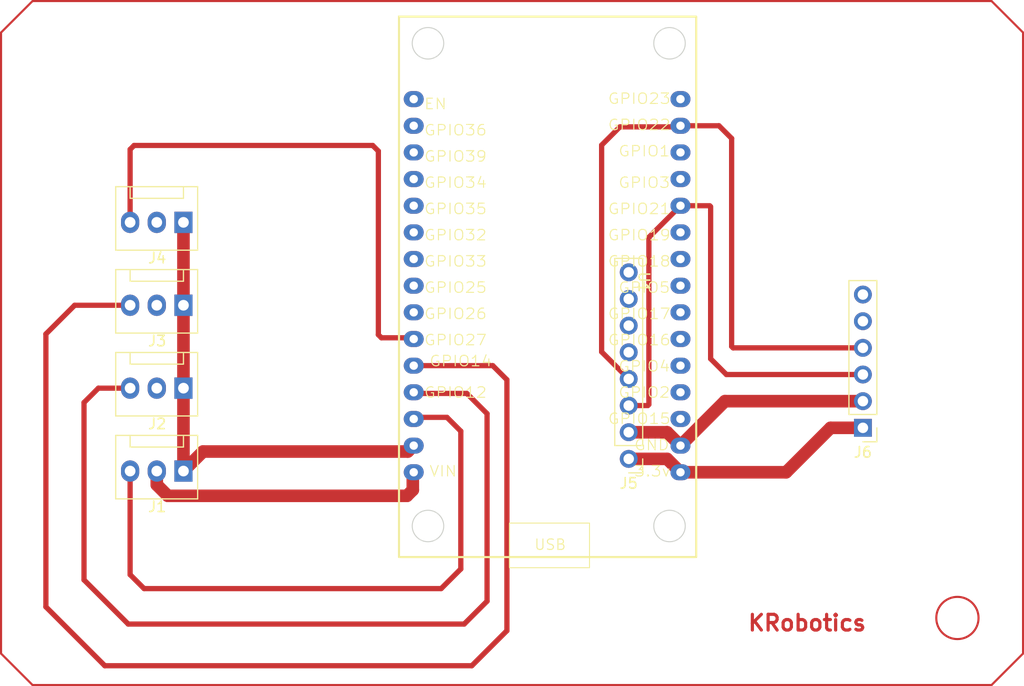
<source format=kicad_pcb>
(kicad_pcb (version 20241229) (generator "pcbnew") (generator_version "9.0")
  (layers (0 "F.Cu" signal) (2 "B.Cu" signal) (13 "F.Paste" user) (15 "B.Paste" user) (5 "F.SilkS" user "F.Silkscreen") (7 "B.SilkS" user "B.Silkscreen") (1 "F.Mask" user) (3 "B.Mask" user) (25 "Edge.Cuts" user))
  (net 0 "")
  (net 1 "Net-(J1-Pin_2)")
  (net 2 "Net-(J1-Pin_1)")
  (net 3 "Net-(J1-Pin_3)")
  (net 4 "Net-(J2-Pin_3)")
  (net 7 "Net-(J3-Pin_3)")
  (net 9 "Net-(J4-Pin_3)")
  (net 11 "Net-(J5-Pin_3)")
  (net 13 "Net-(J5-Pin_4)")
  (net 14 "Net-(J5-Pin_2)")
  (net 17 "Net-(J5-Pin_1)")
  (footprint "Connector:FanPinHeader_1x03_P2.54mm_Vertical" (layer "F.Cu") (at 71.1 69.5 180)
    (property "Reference" "J4" (at 2.5 -3.4 0) (layer "F.SilkS"))
    (property "Value" "Conn_01x03_Pin")
    (fp_line (start 6.45 3.4) (end -1.35 3.4) (stroke (width 0.12)) (layer "F.SilkS"))
    (fp_line (start 6.45 -2.65) (end 6.45 3.4) (stroke (width 0.12)) (layer "F.SilkS"))
    (fp_line (start 5.08 2.29) (end 5.08 3.3) (stroke (width 0.12)) (layer "F.SilkS"))
    (fp_line (start 0 3.3) (end 0 2.29) (stroke (width 0.12)) (layer "F.SilkS"))
    (fp_line (start 0 2.29) (end 5.08 2.29) (stroke (width 0.12)) (layer "F.SilkS"))
    (fp_line (start -1.35 3.4) (end -1.35 -2.65) (stroke (width 0.12)) (layer "F.SilkS"))
    (fp_line (start -1.35 -2.65) (end 6.45 -2.65) (stroke (width 0.12)) (layer "F.SilkS"))
    (pad "1" thru_hole rect (at 0 0 270) (size 2.03 1.73) (drill 1.02) (layers "*.Cu" "*.Mask") (net 2 "Net-(J1-Pin_1)"))
    (pad "2" thru_hole oval (at 2.54 0 270) (size 2.03 1.73) (drill 1.02) (layers "*.Cu" "*.Mask"))
    (pad "3" thru_hole oval (at 5.08 0 270) (size 2.03 1.73) (drill 1.02) (layers "*.Cu" "*.Mask") (net 9 "Net-(J4-Pin_3)"))
  )
  (footprint "KConnector_PinHeader_2.54mm:PinHeader_1x08_P2.54mm_Vertical" (layer "F.Cu") (at 113.5 92.04 180)
    (property "Reference" "J5" (at 0 -2.33 0) (layer "F.SilkS"))
    (property "Value" "Conn_01x08_Socket")
    (fp_line (start 1.33 1.27) (end 1.33 19.11) (stroke (width 0.12)) (layer "F.SilkS"))
    (fp_line (start -1.33 19.11) (end 1.33 19.11) (stroke (width 0.12)) (layer "F.SilkS"))
    (fp_line (start -1.33 1.27) (end 1.33 1.27) (stroke (width 0.12)) (layer "F.SilkS"))
    (fp_line (start -1.33 1.27) (end -1.33 19.11) (stroke (width 0.12)) (layer "F.SilkS"))
    (fp_line (start -1.33 0) (end -1.33 -1.33) (stroke (width 0.12)) (layer "F.SilkS"))
    (fp_line (start -1.33 -1.33) (end 0 -1.33) (stroke (width 0.12)) (layer "F.SilkS"))
    (pad "1" thru_hole circle (at 0 0 180) (size 1.7 1.7) (drill 1) (layers "*.Cu" "*.Mask") (net 17 "Net-(J5-Pin_1)"))
    (pad "2" thru_hole oval (at 0 2.54 180) (size 1.7 1.7) (drill 1) (layers "*.Cu" "*.Mask") (net 14 "Net-(J5-Pin_2)"))
    (pad "3" thru_hole oval (at 0 5.08 180) (size 1.7 1.7) (drill 1) (layers "*.Cu" "*.Mask") (net 11 "Net-(J5-Pin_3)"))
    (pad "4" thru_hole oval (at 0 7.62 180) (size 1.7 1.7) (drill 1) (layers "*.Cu" "*.Mask") (net 13 "Net-(J5-Pin_4)"))
    (pad "5" thru_hole oval (at 0 10.16 180) (size 1.7 1.7) (drill 1) (layers "*.Cu" "*.Mask"))
    (pad "6" thru_hole oval (at 0 12.7 180) (size 1.7 1.7) (drill 1) (layers "*.Cu" "*.Mask"))
    (pad "7" thru_hole oval (at 0 15.24 180) (size 1.7 1.7) (drill 1) (layers "*.Cu" "*.Mask"))
    (pad "8" thru_hole oval (at 0 17.78 180) (size 1.7 1.7) (drill 1) (layers "*.Cu" "*.Mask"))
  )
  (footprint "KConnector_PinHeader_2.54mm:PinHeader_1x06_P2.54mm_Vertical" (layer "F.Cu") (at 135.8 89.08 180)
    (property "Reference" "J6" (at 0 -2.33 0) (layer "F.SilkS"))
    (property "Value" "Conn_01x06_Socket")
    (fp_line (start 1.33 1.27) (end 1.33 14.03) (stroke (width 0.12)) (layer "F.SilkS"))
    (fp_line (start -1.33 14.03) (end 1.33 14.03) (stroke (width 0.12)) (layer "F.SilkS"))
    (fp_line (start -1.33 1.27) (end 1.33 1.27) (stroke (width 0.12)) (layer "F.SilkS"))
    (fp_line (start -1.33 1.27) (end -1.33 14.03) (stroke (width 0.12)) (layer "F.SilkS"))
    (fp_line (start -1.33 0) (end -1.33 -1.33) (stroke (width 0.12)) (layer "F.SilkS"))
    (fp_line (start -1.33 -1.33) (end 0 -1.33) (stroke (width 0.12)) (layer "F.SilkS"))
    (pad "1" thru_hole rect (at 0 0 180) (size 1.7 1.7) (drill 1) (layers "*.Cu" "*.Mask") (net 17 "Net-(J5-Pin_1)"))
    (pad "2" thru_hole oval (at 0 2.54 180) (size 1.7 1.7) (drill 1) (layers "*.Cu" "*.Mask") (net 14 "Net-(J5-Pin_2)"))
    (pad "3" thru_hole oval (at 0 5.08 180) (size 1.7 1.7) (drill 1) (layers "*.Cu" "*.Mask") (net 11 "Net-(J5-Pin_3)"))
    (pad "4" thru_hole oval (at 0 7.62 180) (size 1.7 1.7) (drill 1) (layers "*.Cu" "*.Mask") (net 13 "Net-(J5-Pin_4)"))
    (pad "5" thru_hole oval (at 0 10.16 180) (size 1.7 1.7) (drill 1) (layers "*.Cu" "*.Mask"))
    (pad "6" thru_hole oval (at 0 12.7 180) (size 1.7 1.7) (drill 1) (layers "*.Cu" "*.Mask"))
  )
  (footprint "Connector:FanPinHeader_1x03_P2.54mm_Vertical" (layer "F.Cu") (at 71.1 93.2 180)
    (property "Reference" "J1" (at 2.5 -3.4 0) (layer "F.SilkS"))
    (property "Value" "Conn_01x03_Pin")
    (fp_line (start 6.45 3.4) (end -1.35 3.4) (stroke (width 0.12)) (layer "F.SilkS"))
    (fp_line (start 6.45 -2.65) (end 6.45 3.4) (stroke (width 0.12)) (layer "F.SilkS"))
    (fp_line (start 5.08 2.29) (end 5.08 3.3) (stroke (width 0.12)) (layer "F.SilkS"))
    (fp_line (start 0 3.3) (end 0 2.29) (stroke (width 0.12)) (layer "F.SilkS"))
    (fp_line (start 0 2.29) (end 5.08 2.29) (stroke (width 0.12)) (layer "F.SilkS"))
    (fp_line (start -1.35 3.4) (end -1.35 -2.65) (stroke (width 0.12)) (layer "F.SilkS"))
    (fp_line (start -1.35 -2.65) (end 6.45 -2.65) (stroke (width 0.12)) (layer "F.SilkS"))
    (pad "1" thru_hole rect (at 0 0 270) (size 2.03 1.73) (drill 1.02) (layers "*.Cu" "*.Mask") (net 2 "Net-(J1-Pin_1)"))
    (pad "2" thru_hole oval (at 2.54 0 270) (size 2.03 1.73) (drill 1.02) (layers "*.Cu" "*.Mask") (net 1 "Net-(J1-Pin_2)"))
    (pad "3" thru_hole oval (at 5.08 0 270) (size 2.03 1.73) (drill 1.02) (layers "*.Cu" "*.Mask") (net 3 "Net-(J1-Pin_3)"))
  )
  (footprint "ESP32_30Pin:ESP32_30pin" (layer "F.Cu") (at 104.955 76.295)
    (property "Reference" "U1" (at 9.99746 -1.102276 270) (layer "F.SilkS"))
    (property "Value" "~")
    (fp_rect (start -13.33 -26.4) (end 14.97 25.1) (stroke (width 0.2)) (fill no) (layer "F.SilkS"))
    (fp_rect (start -2.81 21.86) (end 4.81 26.114179) (stroke (width 0.1)) (fill no) (layer "F.SilkS"))
    (fp_circle (center -10.57 -23.86) (end -10.57 -22.36) (stroke (width 0.1)) (fill no) (layer "Edge.Cuts"))
    (fp_circle (center -10.57 22.14) (end -10.57 23.64) (stroke (width 0.1)) (fill no) (layer "Edge.Cuts"))
    (fp_circle (center 12.43 -23.86) (end 12.43 -22.36) (stroke (width 0.1)) (fill no) (layer "Edge.Cuts"))
    (fp_circle (center 12.43 22.14) (end 12.43 23.64) (stroke (width 0.1)) (fill no) (layer "Edge.Cuts"))
    (fp_text user "GPIO15" (at 6.5 12.5 0) (layer "F.SilkS") (effects (font (size 1 1.1) (thickness 0.1)) (justify left bottom)))
    (fp_text user "GPIO1" (at 7.5 -13 0) (layer "F.SilkS") (effects (font (size 1 1.1) (thickness 0.1)) (justify left bottom)))
    (fp_text user "GPIO19" (at 6.5 -5 0) (layer "F.SilkS") (effects (font (size 1 1.1) (thickness 0.1)) (justify left bottom)))
    (fp_text user "GPIO39" (at -11 -12.5 0) (layer "F.SilkS") (effects (font (size 1 1.1) (thickness 0.1)) (justify left bottom)))
    (fp_text user "GPIO27" (at -11 5 0) (layer "F.SilkS") (effects (font (size 1 1.1) (thickness 0.1)) (justify left bottom)))
    (fp_text user "GPIO32" (at -11 -5 0) (layer "F.SilkS") (effects (font (size 1 1.1) (thickness 0.1)) (justify left bottom)))
    (fp_text user "GPIO36" (at -11 -15 0) (layer "F.SilkS") (effects (font (size 1 1.1) (thickness 0.1)) (justify left bottom)))
    (fp_text user "GPIO22" (at 6.5 -15.5 0) (layer "F.SilkS") (effects (font (size 1 1.1) (thickness 0.1)) (justify left bottom)))
    (fp_text user "GPIO5" (at 7.5 0 0) (layer "F.SilkS") (effects (font (size 1 1.1) (thickness 0.1)) (justify left bottom)))
    (fp_text user "EN" (at -11 -17.5 0) (layer "F.SilkS") (effects (font (size 1 1.1) (thickness 0.1)) (justify left bottom)))
    (fp_text user "GPIO18" (at 6.5 -2.5 0) (layer "F.SilkS") (effects (font (size 1 1.1) (thickness 0.1)) (justify left bottom)))
    (fp_text user "GPIO34" (at -11 -10 0) (layer "F.SilkS") (effects (font (size 1 1.1) (thickness 0.1)) (justify left bottom)))
    (fp_text user "GPIO3" (at 7.5 -10 0) (layer "F.SilkS") (effects (font (size 1 1.1) (thickness 0.1)) (justify left bottom)))
    (fp_text user "3.3v" (at 9 17.5 0) (layer "F.SilkS") (effects (font (size 1 1.1) (thickness 0.1)) (justify left bottom)))
    (fp_text user "GPIO21" (at 6.5 -7.5 0) (layer "F.SilkS") (effects (font (size 1 1.1) (thickness 0.1)) (justify left bottom)))
    (fp_text user "GPIO23" (at 6.5 -18 0) (layer "F.SilkS") (effects (font (size 1 1.1) (thickness 0.1)) (justify left bottom)))
    (fp_text user "GPIO12" (at -11 10 0) (layer "F.SilkS") (effects (font (size 1 1.1) (thickness 0.1)) (justify left bottom)))
    (fp_text user "GPIO17" (at 6.5 2.5 0) (layer "F.SilkS") (effects (font (size 1 1.1) (thickness 0.1)) (justify left bottom)))
    (fp_text user "GPIO14" (at -10.5 7 0) (layer "F.SilkS") (effects (font (size 1 1.1) (thickness 0.1)) (justify left bottom)))
    (fp_text user "GPIO35" (at -11 -7.5 0) (layer "F.SilkS") (effects (font (size 1 1.1) (thickness 0.1)) (justify left bottom)))
    (fp_text user "GPIO4" (at 7.5 7.5 0) (layer "F.SilkS") (effects (font (size 1 1.1) (thickness 0.1)) (justify left bottom)))
    (fp_text user "USB" (at -0.5 24.5 0) (layer "F.SilkS") (effects (font (thickness 0.1)) (justify left bottom)))
    (fp_text user "GPIO16" (at 6.5 5 0) (layer "F.SilkS") (effects (font (size 1 1.1) (thickness 0.1)) (justify left bottom)))
    (fp_text user "GPIO26" (at -11 2.5 0) (layer "F.SilkS") (effects (font (size 1 1.1) (thickness 0.1)) (justify left bottom)))
    (fp_text user "GPIO33" (at -11 -2.5 0) (layer "F.SilkS") (effects (font (size 1 1.1) (thickness 0.1)) (justify left bottom)))
    (fp_text user "GPIO2" (at 7.5 10 0) (layer "F.SilkS") (effects (font (size 1 1.1) (thickness 0.1)) (justify left bottom)))
    (fp_text user "GND" (at 9 15 0) (layer "F.SilkS") (effects (font (size 1 1.1) (thickness 0.1)) (justify left bottom)))
    (fp_text user "GPIO25" (at -11 0 0) (layer "F.SilkS") (effects (font (size 1 1.1) (thickness 0.1)) (justify left bottom)))
    (fp_text user "VIN" (at -10.5 17.5 0) (layer "F.SilkS") (effects (font (size 1 1.1) (thickness 0.1)) (justify left bottom)))
    (pad "1" thru_hole oval (at -11.92754 17.019813 270) (size 1.524 1.9) (drill 0.8) (layers "*.Cu" "*.Mask") (net 1 "Net-(J1-Pin_2)"))
    (pad "2" thru_hole oval (at -11.92754 14.479813 270) (size 1.524 1.9) (drill 0.8) (layers "*.Cu" "*.Mask") (net 2 "Net-(J1-Pin_1)"))
    (pad "3" thru_hole oval (at -11.92754 11.939813 270) (size 1.524 1.9) (drill 0.8) (layers "*.Cu" "*.Mask") (net 3 "Net-(J1-Pin_3)"))
    (pad "4" thru_hole oval (at -11.92754 9.399813 270) (size 1.524 1.9) (drill 0.8) (layers "*.Cu" "*.Mask") (net 4 "Net-(J2-Pin_3)"))
    (pad "5" thru_hole oval (at -11.92754 6.859813 270) (size 1.524 1.9) (drill 0.8) (layers "*.Cu" "*.Mask") (net 7 "Net-(J3-Pin_3)"))
    (pad "6" thru_hole oval (at -11.92754 4.319813 270) (size 1.524 1.9) (drill 0.8) (layers "*.Cu" "*.Mask") (net 9 "Net-(J4-Pin_3)"))
    (pad "7" thru_hole oval (at -11.92754 1.779813 270) (size 1.524 1.9) (drill 0.8) (layers "*.Cu" "*.Mask"))
    (pad "8" thru_hole oval (at -11.92754 -0.760187 270) (size 1.524 1.9) (drill 0.8) (layers "*.Cu" "*.Mask"))
    (pad "9" thru_hole oval (at -11.92754 -3.300187 270) (size 1.524 1.9) (drill 0.8) (layers "*.Cu" "*.Mask"))
    (pad "10" thru_hole oval (at -11.92754 -5.840187 270) (size 1.524 1.9) (drill 0.8) (layers "*.Cu" "*.Mask"))
    (pad "11" thru_hole oval (at -11.92754 -8.380187 270) (size 1.524 1.9) (drill 0.8) (layers "*.Cu" "*.Mask"))
    (pad "12" thru_hole oval (at -11.92754 -10.920187 270) (size 1.524 1.9) (drill 0.8) (layers "*.Cu" "*.Mask"))
    (pad "13" thru_hole oval (at -11.92754 -13.460187 270) (size 1.524 1.9) (drill 0.8) (layers "*.Cu" "*.Mask"))
    (pad "14" thru_hole oval (at -11.92754 -16.000187 270) (size 1.524 1.9) (drill 0.8) (layers "*.Cu" "*.Mask"))
    (pad "15" thru_hole oval (at -11.92754 -18.540187 270) (size 1.524 1.9) (drill 0.8) (layers "*.Cu" "*.Mask"))
    (pad "16" thru_hole oval (at 13.47246 17.019813 270) (size 1.524 1.9) (drill 0.8) (layers "*.Cu" "*.Mask") (net 17 "Net-(J5-Pin_1)"))
    (pad "17" thru_hole oval (at 13.47246 14.479813 270) (size 1.524 1.9) (drill 0.8) (layers "*.Cu" "*.Mask") (net 14 "Net-(J5-Pin_2)"))
    (pad "18" thru_hole oval (at 13.47246 11.939813 270) (size 1.524 1.9) (drill 0.8) (layers "*.Cu" "*.Mask"))
    (pad "19" thru_hole oval (at 13.47246 9.399813 270) (size 1.524 1.9) (drill 0.8) (layers "*.Cu" "*.Mask"))
    (pad "20" thru_hole oval (at 13.47246 6.859813 270) (size 1.524 1.9) (drill 0.8) (layers "*.Cu" "*.Mask" "Dwgs.User"))
    (pad "21" thru_hole oval (at 13.47246 4.319813 270) (size 1.524 1.9) (drill 0.8) (layers "*.Cu" "*.Mask"))
    (pad "22" thru_hole oval (at 13.47246 1.779813 270) (size 1.524 1.9) (drill 0.8) (layers "*.Cu" "*.Mask"))
    (pad "23" thru_hole oval (at 13.47246 -0.760187 270) (size 1.524 1.9) (drill 0.8) (layers "*.Cu" "*.Mask"))
    (pad "24" thru_hole oval (at 13.47246 -3.300187 270) (size 1.524 1.9) (drill 0.8) (layers "*.Cu" "*.Mask"))
    (pad "25" thru_hole oval (at 13.47246 -5.840187 270) (size 1.524 1.9) (drill 0.8) (layers "*.Cu" "*.Mask"))
    (pad "26" thru_hole oval (at 13.47246 -8.380187 270) (size 1.524 1.9) (drill 0.8) (layers "*.Cu" "*.Mask") (net 11 "Net-(J5-Pin_3)"))
    (pad "27" thru_hole oval (at 13.47246 -10.920187 270) (size 1.524 1.9) (drill 0.8) (layers "*.Cu" "*.Mask"))
    (pad "28" thru_hole oval (at 13.47246 -13.460187 270) (size 1.524 1.9) (drill 0.8) (layers "*.Cu" "*.Mask"))
    (pad "29" thru_hole oval (at 13.47246 -16.000187 270) (size 1.524 1.9) (drill 0.8) (layers "*.Cu" "*.Mask") (net 13 "Net-(J5-Pin_4)"))
    (pad "30" thru_hole oval (at 13.47246 -18.540187 270) (size 1.524 1.9) (drill 0.8) (layers "*.Cu" "*.Mask"))
  )
  (footprint "Connector:FanPinHeader_1x03_P2.54mm_Vertical" (layer "F.Cu") (at 71.1 85.3 180)
    (property "Reference" "J2" (at 2.5 -3.4 0) (layer "F.SilkS"))
    (property "Value" "Conn_01x03_Pin")
    (fp_line (start 6.45 3.4) (end -1.35 3.4) (stroke (width 0.12)) (layer "F.SilkS"))
    (fp_line (start 6.45 -2.65) (end 6.45 3.4) (stroke (width 0.12)) (layer "F.SilkS"))
    (fp_line (start 5.08 2.29) (end 5.08 3.3) (stroke (width 0.12)) (layer "F.SilkS"))
    (fp_line (start 0 3.3) (end 0 2.29) (stroke (width 0.12)) (layer "F.SilkS"))
    (fp_line (start 0 2.29) (end 5.08 2.29) (stroke (width 0.12)) (layer "F.SilkS"))
    (fp_line (start -1.35 3.4) (end -1.35 -2.65) (stroke (width 0.12)) (layer "F.SilkS"))
    (fp_line (start -1.35 -2.65) (end 6.45 -2.65) (stroke (width 0.12)) (layer "F.SilkS"))
    (pad "1" thru_hole rect (at 0 0 270) (size 2.03 1.73) (drill 1.02) (layers "*.Cu" "*.Mask") (net 2 "Net-(J1-Pin_1)"))
    (pad "2" thru_hole oval (at 2.54 0 270) (size 2.03 1.73) (drill 1.02) (layers "*.Cu" "*.Mask"))
    (pad "3" thru_hole oval (at 5.08 0 270) (size 2.03 1.73) (drill 1.02) (layers "*.Cu" "*.Mask") (net 4 "Net-(J2-Pin_3)"))
  )
  (footprint "Connector:FanPinHeader_1x03_P2.54mm_Vertical" (layer "F.Cu") (at 71.1 77.4 180)
    (property "Reference" "J3" (at 2.5 -3.4 0) (layer "F.SilkS"))
    (property "Value" "Conn_01x03_Pin")
    (fp_line (start 6.45 3.4) (end -1.35 3.4) (stroke (width 0.12)) (layer "F.SilkS"))
    (fp_line (start 6.45 -2.65) (end 6.45 3.4) (stroke (width 0.12)) (layer "F.SilkS"))
    (fp_line (start 5.08 2.29) (end 5.08 3.3) (stroke (width 0.12)) (layer "F.SilkS"))
    (fp_line (start 0 3.3) (end 0 2.29) (stroke (width 0.12)) (layer "F.SilkS"))
    (fp_line (start 0 2.29) (end 5.08 2.29) (stroke (width 0.12)) (layer "F.SilkS"))
    (fp_line (start -1.35 3.4) (end -1.35 -2.65) (stroke (width 0.12)) (layer "F.SilkS"))
    (fp_line (start -1.35 -2.65) (end 6.45 -2.65) (stroke (width 0.12)) (layer "F.SilkS"))
    (pad "1" thru_hole rect (at 0 0 270) (size 2.03 1.73) (drill 1.02) (layers "*.Cu" "*.Mask") (net 2 "Net-(J1-Pin_1)"))
    (pad "2" thru_hole oval (at 2.54 0 270) (size 2.03 1.73) (drill 1.02) (layers "*.Cu" "*.Mask"))
    (pad "3" thru_hole oval (at 5.08 0 270) (size 2.03 1.73) (drill 1.02) (layers "*.Cu" "*.Mask") (net 7 "Net-(J3-Pin_3)"))
  )
  (gr_line (start 56.73 113.59) (end 148.05 113.59) (stroke (width 0.2)) (layer "F.Cu"))
  (gr_line (start 148.05 48.41) (end 151.05 51.41) (stroke (width 0.2)) (layer "F.Cu"))
  (gr_line (start 53.73 51.41) (end 53.73 110.59) (stroke (width 0.2)) (layer "F.Cu"))
  (gr_line (start 56.73 48.41) (end 148.05 48.41) (stroke (width 0.2)) (layer "F.Cu"))
  (gr_line (start 53.73 51.41) (end 56.73 48.41) (stroke (width 0.2)) (layer "F.Cu"))
  (gr_line (start 53.73 110.59) (end 56.73 113.59) (stroke (width 0.2)) (layer "F.Cu"))
  (gr_line (start 151.05 110.59) (end 148.05 113.59) (stroke (width 0.2)) (layer "F.Cu"))
  (gr_line (start 151.05 51.41) (end 151.05 110.59) (stroke (width 0.2)) (layer "F.Cu"))
  (gr_circle (center 144.8 107.2) (end 146.81 107.11) (stroke (width 0.2)) (fill no) (layer "F.Cu"))
  (gr_text "KRobotics\n" (at 124.72 108.55 0) (layer "F.Cu") (effects (font (size 1.5 1.5) (thickness 0.3) (bold yes)) (justify left bottom)))
  (segment (start 69.61 95.56) (end 92.38 95.56) (width 1.2) (layer "F.Cu") (net 1))
  (segment (start 68.56 94.51) (end 69.61 95.56) (width 1.2) (layer "F.Cu") (net 1))
  (segment (start 92.94 95) (end 92.94 93.402273) (width 1.2) (layer "F.Cu") (net 1))
  (segment (start 68.56 93.2) (end 68.56 94.51) (width 1.2) (layer "F.Cu") (net 1))
  (segment (start 92.38 95.56) (end 92.94 95) (width 1.2) (layer "F.Cu") (net 1))
  (segment (start 92.94 93.402273) (end 93.02746 93.314813) (width 0.2) (layer "F.Cu") (net 1))
  (segment (start 72.96 91.34) (end 92.462273 91.34) (width 1.2) (layer "F.Cu") (net 2))
  (segment (start 92.462273 91.34) (end 93.02746 90.774813) (width 1.2) (layer "F.Cu") (net 2))
  (segment (start 71.1 77.4) (end 71.1 85.3) (width 1.2) (layer "F.Cu") (net 2))
  (segment (start 71.1 85.3) (end 71.1 93.2) (width 1.2) (layer "F.Cu") (net 2))
  (segment (start 71.1 69.5) (end 71.1 77.4) (width 1.2) (layer "F.Cu") (net 2))
  (segment (start 71.1 93.2) (end 72.96 91.34) (width 1.2) (layer "F.Cu") (net 2))
  (segment (start 66.02 93.2) (end 66.02 103.07) (width 0.5) (layer "F.Cu") (net 3))
  (segment (start 66.02 103.07) (end 67.35 104.4) (width 0.5) (layer "F.Cu") (net 3))
  (segment (start 93.182273 88.08) (end 93.02746 88.234813) (width 0.2) (layer "F.Cu") (net 3))
  (segment (start 96.19 88.08) (end 93.182273 88.08) (width 0.5) (layer "F.Cu") (net 3))
  (segment (start 95.64 104.4) (end 97.51 102.53) (width 0.5) (layer "F.Cu") (net 3))
  (segment (start 97.51 89.4) (end 96.19 88.08) (width 0.5) (layer "F.Cu") (net 3))
  (segment (start 97.51 102.53) (end 97.51 89.4) (width 0.5) (layer "F.Cu") (net 3))
  (segment (start 67.35 104.4) (end 95.64 104.4) (width 0.5) (layer "F.Cu") (net 3))
  (segment (start 100.01 87.73) (end 98.08 85.8) (width 0.5) (layer "F.Cu") (net 4))
  (segment (start 63 85.3) (end 61.63 86.67) (width 0.5) (layer "F.Cu") (net 4))
  (segment (start 98.08 85.8) (end 93.132647 85.8) (width 0.5) (layer "F.Cu") (net 4))
  (segment (start 100.01 105.6) (end 100.01 87.73) (width 0.5) (layer "F.Cu") (net 4))
  (segment (start 61.63 103.57) (end 65.84 107.78) (width 0.5) (layer "F.Cu") (net 4))
  (segment (start 61.63 86.67) (end 61.63 103.57) (width 0.5) (layer "F.Cu") (net 4))
  (segment (start 65.84 107.78) (end 97.83 107.78) (width 0.5) (layer "F.Cu") (net 4))
  (segment (start 66.02 85.3) (end 63 85.3) (width 0.5) (layer "F.Cu") (net 4))
  (segment (start 93.132647 85.8) (end 93.02746 85.694813) (width 0.2) (layer "F.Cu") (net 4))
  (segment (start 97.83 107.78) (end 100.01 105.6) (width 0.5) (layer "F.Cu") (net 4))
  (segment (start 58 106.14) (end 63.61 111.75) (width 0.5) (layer "F.Cu") (net 7))
  (segment (start 58 80.14) (end 58 106.14) (width 0.5) (layer "F.Cu") (net 7))
  (segment (start 100.554813 83.154813) (end 93.02746 83.154813) (width 0.5) (layer "F.Cu") (net 7))
  (segment (start 66.02 77.4) (end 60.74 77.4) (width 0.5) (layer "F.Cu") (net 7))
  (segment (start 101.9 108.41) (end 101.9 84.5) (width 0.5) (layer "F.Cu") (net 7))
  (segment (start 98.56 111.75) (end 101.9 108.41) (width 0.5) (layer "F.Cu") (net 7))
  (segment (start 63.61 111.75) (end 98.56 111.75) (width 0.5) (layer "F.Cu") (net 7))
  (segment (start 101.9 84.5) (end 100.554813 83.154813) (width 0.5) (layer "F.Cu") (net 7))
  (segment (start 60.74 77.4) (end 58 80.14) (width 0.5) (layer "F.Cu") (net 7))
  (segment (start 89.66 62.71) (end 89.66 80.21) (width 0.5) (layer "F.Cu") (net 9))
  (segment (start 66.02 69.5) (end 66.02 62.55) (width 0.5) (layer "F.Cu") (net 9))
  (segment (start 66.4 62.17) (end 89.12 62.17) (width 0.5) (layer "F.Cu") (net 9))
  (segment (start 92.912647 80.5) (end 93.02746 80.614813) (width 0.2) (layer "F.Cu") (net 9))
  (segment (start 89.12 62.17) (end 89.66 62.71) (width 0.5) (layer "F.Cu") (net 9))
  (segment (start 89.66 80.21) (end 89.95 80.5) (width 0.5) (layer "F.Cu") (net 9))
  (segment (start 89.95 80.5) (end 92.912647 80.5) (width 0.5) (layer "F.Cu") (net 9))
  (segment (start 66.02 62.55) (end 66.4 62.17) (width 0.5) (layer "F.Cu") (net 9))
  (segment (start 121.214813 67.914813) (end 118.42746 67.914813) (width 0.5) (layer "F.Cu") (net 11))
  (segment (start 115.42 86.85) (end 115.42 70.922273) (width 0.5) (layer "F.Cu") (net 11))
  (segment (start 122.8 84) (end 121.3 82.5) (width 0.5) (layer "F.Cu") (net 11))
  (segment (start 115.42 70.922273) (end 118.42746 67.914813) (width 0.5) (layer "F.Cu") (net 11))
  (segment (start 121.3 68) (end 121.214813 67.914813) (width 0.2) (layer "F.Cu") (net 11))
  (segment (start 121.3 82.5) (end 121.3 68) (width 0.5) (layer "F.Cu") (net 11))
  (segment (start 115.31 86.96) (end 115.42 86.85) (width 0.5) (layer "F.Cu") (net 11))
  (segment (start 135.8 84) (end 122.8 84) (width 0.5) (layer "F.Cu") (net 11))
  (segment (start 113.5 86.96) (end 115.31 86.96) (width 0.5) (layer "F.Cu") (net 11))
  (segment (start 123.44 81.46) (end 123.3 81.32) (width 0.5) (layer "F.Cu") (net 13))
  (segment (start 110.92 62.14) (end 112.66 60.4) (width 0.5) (layer "F.Cu") (net 13))
  (segment (start 112.66 60.4) (end 118.322273 60.4) (width 0.5) (layer "F.Cu") (net 13))
  (segment (start 122.094813 60.294813) (end 118.42746 60.294813) (width 0.5) (layer "F.Cu") (net 13))
  (segment (start 118.322273 60.4) (end 118.42746 60.294813) (width 0.2) (layer "F.Cu") (net 13))
  (segment (start 123.3 61.5) (end 122.094813 60.294813) (width 0.5) (layer "F.Cu") (net 13))
  (segment (start 110.92 81.84) (end 110.92 62.14) (width 0.5) (layer "F.Cu") (net 13))
  (segment (start 123.3 81.32) (end 123.3 61.5) (width 0.5) (layer "F.Cu") (net 13))
  (segment (start 113.5 84.42) (end 110.92 81.84) (width 0.5) (layer "F.Cu") (net 13))
  (segment (start 135.8 81.46) (end 123.44 81.46) (width 0.5) (layer "F.Cu") (net 13))
  (segment (start 113.5 89.5) (end 117.152647 89.5) (width 1.2) (layer "F.Cu") (net 14))
  (segment (start 122.662273 86.54) (end 118.42746 90.774813) (width 1.2) (layer "F.Cu") (net 14))
  (segment (start 117.152647 89.5) (end 118.42746 90.774813) (width 1.2) (layer "F.Cu") (net 14))
  (segment (start 135.8 86.54) (end 122.662273 86.54) (width 1.2) (layer "F.Cu") (net 14))
  (segment (start 117.849626 90.774813) (end 118.42746 90.774813) (width 0.2) (layer "F.Cu") (net 14))
  (segment (start 113.5 92.04) (end 117.152647 92.04) (width 1.2) (layer "F.Cu") (net 17))
  (segment (start 128.485187 93.314813) (end 118.42746 93.314813) (width 1.2) (layer "F.Cu") (net 17))
  (segment (start 135.8 89.08) (end 132.72 89.08) (width 1.2) (layer "F.Cu") (net 17))
  (segment (start 132.72 89.08) (end 128.485187 93.314813) (width 1.2) (layer "F.Cu") (net 17))
  (segment (start 117.152647 92.04) (end 118.42746 93.314813) (width 1.2) (layer "F.Cu") (net 17))
)
</source>
